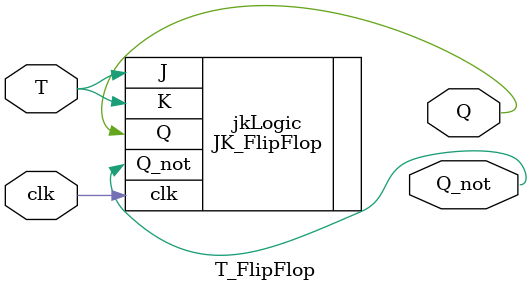
<source format=v>
module T_FlipFlop(
        input T, clk,
        output Q, 
        output Q_not
    );

    JK_FlipFlop jkLogic (
        .J(T),
        .K(T),
        .clk(clk),
        .Q(Q),
        .Q_not(Q_not)
    );

endmodule
</source>
